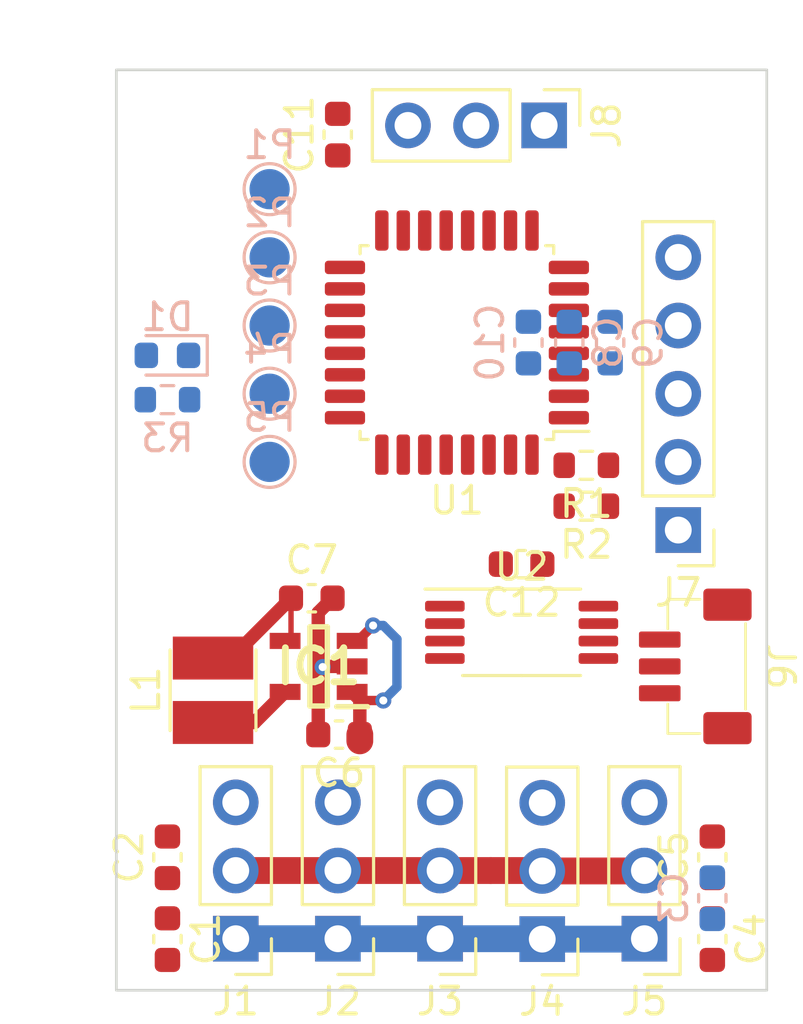
<source format=kicad_pcb>
(kicad_pcb (version 20211014) (generator pcbnew)
  (layers (0 "F.Cu" signal) (31 "B.Cu" signal) (34 "B.Paste" user) (35 "F.Paste" user) (36 "B.SilkS" user "B.Silkscreen") (37 "F.SilkS" user "F.Silkscreen") (38 "B.Mask" user) (39 "F.Mask" user) (44 "Edge.Cuts" user))
  (net 0 "")
  (net 1 "VCC")
  (net 2 "GND")
  (net 3 "+3V3")
  (net 4 "NRST")
  (net 5 "Net-(IC1-Pad5)")
  (net 6 "THR")
  (net 7 "STR")
  (net 8 "AUX1")
  (net 9 "AUX2")
  (net 10 "AUX3")
  (net 11 "ESC_INT")
  (net 12 "I2C_SDA")
  (net 13 "I2C_SCL")
  (net 14 "NRF24_CE")
  (net 15 "NRF24_CSN")
  (net 16 "SPI_SCK")
  (net 17 "SPI_MOSI")
  (net 18 "SPI_MISO")
  (net 19 "IRQ")
  (net 20 "+3.3V")
  (net 21 "SWCLK")
  (net 22 "SWDIO")
  (net 39 "Net-(D1-Pad2)")
  (net 40 "LED_STATUS")
  (footprint "Connector_PinHeader_2.54mm:PinHeader_1x05_P2.54mm_Vertical" (layer "F.Cu") (at 74.93 59.69 180)
    (fp_text reference "J7" (at 0 -2.33) (layer "F.SilkS"))
    (fp_text value "Conn_01x05")
    (fp_line (start -1.33 1.27) (end -1.33 11.49) (layer "F.SilkS") (width 0.12))
    (fp_line (start 1.33 1.27) (end 1.33 11.49) (layer "F.SilkS") (width 0.12))
    (fp_line (start -1.33 11.49) (end 1.33 11.49) (layer "F.SilkS") (width 0.12))
    (fp_line (start -1.33 0) (end -1.33 -1.33) (layer "F.SilkS") (width 0.12))
    (fp_line (start -1.33 -1.33) (end 0 -1.33) (layer "F.SilkS") (width 0.12))
    (fp_line (start -1.33 1.27) (end 1.33 1.27) (layer "F.SilkS") (width 0.12))
    (pad "1" thru_hole rect (at 0 0 180) (size 1.7 1.7) (drill 1) (layers *.Cu *.Mask) (net 3 "+3V3"))
    (pad "2" thru_hole oval (at 0 2.54 180) (size 1.7 1.7) (drill 1) (layers *.Cu *.Mask) (net 14 "NRF24_CE"))
    (pad "3" thru_hole oval (at 0 5.08 180) (size 1.7 1.7) (drill 1) (layers *.Cu *.Mask) (net 15 "NRF24_CSN"))
    (pad "4" thru_hole oval (at 0 7.62 180) (size 1.7 1.7) (drill 1) (layers *.Cu *.Mask) (net 16 "SPI_SCK"))
    (pad "5" thru_hole oval (at 0 10.16 180) (size 1.7 1.7) (drill 1) (layers *.Cu *.Mask) (net 17 "SPI_MOSI"))
  )
  (footprint "Capacitor_SMD:C_0603_1608Metric" (layer "F.Cu") (at 61.2635 62.23)
    (fp_text reference "C7" (at 0 -1.43) (layer "F.SilkS"))
    (fp_text value "10uF")
    (fp_line (start -0.14058 -0.51) (end 0.14058 -0.51) (layer "F.SilkS") (width 0.12))
    (fp_line (start -0.14058 0.51) (end 0.14058 0.51) (layer "F.SilkS") (width 0.12))
    (pad "1" smd roundrect (at -0.775 0) (size 0.9 0.95) (layers "F.Cu" "F.Paste" "F.Mask") (net 3 "+3V3"))
    (pad "2" smd roundrect (at 0.775 0) (size 0.9 0.95) (layers "F.Cu" "F.Paste" "F.Mask") (net 2 "GND"))
  )
  (footprint "Custom_SurfaceRx:L-3.0x3.0mm" (layer "F.Cu") (at 57.5805 65.659 90)
    (fp_text reference "L1" (at 0 -2.5 90) (layer "F.SilkS"))
    (fp_text value "2.2uH")
    (fp_line (start -1.5 -1.6) (end 1.5 -1.6) (layer "F.SilkS") (width 0.12))
    (fp_line (start -1.5 1.6) (end 1.5 1.6) (layer "F.SilkS") (width 0.12))
    (pad "1" smd rect (at -1.2 0 90) (size 1.6 3) (layers "F.Cu" "F.Paste" "F.Mask") (net 5 "Net-(IC1-Pad5)"))
    (pad "2" smd rect (at 1.2 0 90) (size 1.6 3) (layers "F.Cu" "F.Paste" "F.Mask") (net 3 "+3V3"))
  )
  (footprint "Connector_PinHeader_2.54mm:PinHeader_1x03_P2.54mm_Vertical" (layer "F.Cu") (at 66.0475 74.915 180)
    (fp_text reference "J3" (at 0 -2.33) (layer "F.SilkS"))
    (fp_text value "Conn_01x03")
    (fp_line (start -1.33 1.27) (end -1.33 6.41) (layer "F.SilkS") (width 0.12))
    (fp_line (start 1.33 1.27) (end 1.33 6.41) (layer "F.SilkS") (width 0.12))
    (fp_line (start -1.33 1.27) (end 1.33 1.27) (layer "F.SilkS") (width 0.12))
    (fp_line (start -1.33 -1.33) (end 0 -1.33) (layer "F.SilkS") (width 0.12))
    (fp_line (start -1.33 6.41) (end 1.33 6.41) (layer "F.SilkS") (width 0.12))
    (fp_line (start -1.33 0) (end -1.33 -1.33) (layer "F.SilkS") (width 0.12))
    (pad "1" thru_hole rect (at 0 0 180) (size 1.7 1.7) (drill 1) (layers *.Cu *.Mask) (net 2 "GND"))
    (pad "2" thru_hole oval (at 0 2.54 180) (size 1.7 1.7) (drill 1) (layers *.Cu *.Mask) (net 1 "VCC"))
    (pad "3" thru_hole oval (at 0 5.08 180) (size 1.7 1.7) (drill 1) (layers *.Cu *.Mask) (net 8 "AUX1"))
  )
  (footprint "Connector_PinHeader_2.54mm:PinHeader_1x03_P2.54mm_Vertical" (layer "F.Cu") (at 69.8575 74.93 180)
    (fp_text reference "J4" (at 0 -2.33) (layer "F.SilkS"))
    (fp_text value "Conn_01x03")
    (fp_line (start -1.33 1.27) (end 1.33 1.27) (layer "F.SilkS") (width 0.12))
    (fp_line (start -1.33 -1.33) (end 0 -1.33) (layer "F.SilkS") (width 0.12))
    (fp_line (start 1.33 1.27) (end 1.33 6.41) (layer "F.SilkS") (width 0.12))
    (fp_line (start -1.33 6.41) (end 1.33 6.41) (layer "F.SilkS") (width 0.12))
    (fp_line (start -1.33 0) (end -1.33 -1.33) (layer "F.SilkS") (width 0.12))
    (fp_line (start -1.33 1.27) (end -1.33 6.41) (layer "F.SilkS") (width 0.12))
    (pad "1" thru_hole rect (at 0 0 180) (size 1.7 1.7) (drill 1) (layers *.Cu *.Mask) (net 2 "GND"))
    (pad "2" thru_hole oval (at 0 2.54 180) (size 1.7 1.7) (drill 1) (layers *.Cu *.Mask) (net 1 "VCC"))
    (pad "3" thru_hole oval (at 0 5.08 180) (size 1.7 1.7) (drill 1) (layers *.Cu *.Mask) (net 9 "AUX2"))
  )
  (footprint "Resistor_SMD:R_0603_1608Metric" (layer "F.Cu") (at 71.501 57.277 180)
    (fp_text reference "R1" (at 0 -1.43) (layer "F.SilkS"))
    (fp_text value "4.7k")
    (fp_line (start -0.237258 -0.5225) (end 0.237258 -0.5225) (layer "F.SilkS") (width 0.12))
    (fp_line (start -0.237258 0.5225) (end 0.237258 0.5225) (layer "F.SilkS") (width 0.12))
    (pad "1" smd roundrect (at -0.825 0 180) (size 0.8 0.95) (layers "F.Cu" "F.Paste" "F.Mask") (net 3 "+3V3"))
    (pad "2" smd roundrect (at 0.825 0 180) (size 0.8 0.95) (layers "F.Cu" "F.Paste" "F.Mask") (net 12 "I2C_SDA"))
  )
  (footprint "SamacSys_Parts:SOT95P280X145-5N" (layer "F.Cu") (at 61.5175 64.77 180)
    (fp_text reference "IC1" (at 0 0) (layer "F.SilkS") (effects (font (size 1.27 1.27) (thickness 0.254))))
    (fp_text value "SC189ZSKTRT" hide)
    (fp_line (start 0.325 -1.475) (end 0.325 1.475) (layer "F.SilkS") (width 0.2))
    (fp_line (start -0.325 -1.475) (end 0.325 -1.475) (layer "F.SilkS") (width 0.2))
    (fp_line (start -1.825 -1.5) (end -0.675 -1.5) (layer "F.SilkS") (width 0.2))
    (fp_line (start -0.325 1.475) (end -0.325 -1.475) (layer "F.SilkS") (width 0.2))
    (fp_line (start 0.325 1.475) (end -0.325 1.475) (layer "F.SilkS") (width 0.2))
    (pad "1" smd rect locked (at -1.25 -0.95 270) (size 0.6 1.15) (layers "F.Cu" "F.Paste" "F.Mask") (net 1 "VCC"))
    (pad "2" smd rect locked (at -1.25 0 270) (size 0.6 1.15) (layers "F.Cu" "F.Paste" "F.Mask") (net 2 "GND"))
    (pad "3" smd rect locked (at -1.25 0.95 270) (size 0.6 1.15) (layers "F.Cu" "F.Paste" "F.Mask") (net 1 "VCC"))
    (pad "4" smd rect locked (at 1.25 0.95 270) (size 0.6 1.15) (layers "F.Cu" "F.Paste" "F.Mask") (net 3 "+3V3"))
    (pad "5" smd rect locked (at 1.25 -0.95 270) (size 0.6 1.15) (layers "F.Cu" "F.Paste" "F.Mask") (net 5 "Net-(IC1-Pad5)"))
  )
  (footprint "Capacitor_SMD:C_0603_1608Metric" (layer "F.Cu") (at 55.88 74.93 -90)
    (fp_text reference "C1" (at 0 -1.43 90) (layer "F.SilkS"))
    (fp_text value "10uF")
    (fp_line (start -0.14058 -0.51) (end 0.14058 -0.51) (layer "F.SilkS") (width 0.12))
    (fp_line (start -0.14058 0.51) (end 0.14058 0.51) (layer "F.SilkS") (width 0.12))
    (pad "1" smd roundrect (at -0.775 0 270) (size 0.9 0.95) (layers "F.Cu" "F.Paste" "F.Mask") (net 1 "VCC"))
    (pad "2" smd roundrect (at 0.775 0 270) (size 0.9 0.95) (layers "F.Cu" "F.Paste" "F.Mask") (net 2 "GND"))
  )
  (footprint "Package_QFP:LQFP-32_7x7mm_P0.8mm" (layer "F.Cu") (at 66.675 52.705 180)
    (fp_text reference "U1" (at 0 -5.88) (layer "F.SilkS"))
    (fp_text value "STM32G070KBTx")
    (fp_line (start 3.31 -3.61) (end 3.61 -3.61) (layer "F.SilkS") (width 0.12))
    (fp_line (start -3.31 -3.61) (end -3.61 -3.61) (layer "F.SilkS") (width 0.12))
    (fp_line (start 3.61 -3.61) (end 3.61 -3.31) (layer "F.SilkS") (width 0.12))
    (fp_line (start -3.61 3.61) (end -3.61 3.31) (layer "F.SilkS") (width 0.12))
    (fp_line (start -3.31 3.61) (end -3.61 3.61) (layer "F.SilkS") (width 0.12))
    (fp_line (start -3.61 -3.31) (end -4.925 -3.31) (layer "F.SilkS") (width 0.12))
    (fp_line (start -3.61 -3.61) (end -3.61 -3.31) (layer "F.SilkS") (width 0.12))
    (fp_line (start 3.61 3.61) (end 3.61 3.31) (layer "F.SilkS") (width 0.12))
    (fp_line (start 3.31 3.61) (end 3.61 3.61) (layer "F.SilkS") (width 0.12))
    (pad "1" smd roundrect (at -4.175 -2.8 180) (size 1.5 0.5) (layers "F.Cu" "F.Paste" "F.Mask"))
    (pad "2" smd roundrect (at -4.175 -2 180) (size 1.5 0.5) (layers "F.Cu" "F.Paste" "F.Mask"))
    (pad "3" smd roundrect (at -4.175 -1.2 180) (size 1.5 0.5) (layers "F.Cu" "F.Paste" "F.Mask"))
    (pad "4" smd roundrect (at -4.175 -0.4 180) (size 1.5 0.5) (layers "F.Cu" "F.Paste" "F.Mask") (net 3 "+3V3"))
    (pad "5" smd roundrect (at -4.175 0.4 180) (size 1.5 0.5) (layers "F.Cu" "F.Paste" "F.Mask") (net 2 "GND"))
    (pad "6" smd roundrect (at -4.175 1.2 180) (size 1.5 0.5) (layers "F.Cu" "F.Paste" "F.Mask") (net 4 "NRST"))
    (pad "7" smd roundrect (at -4.175 2 180) (size 1.5 0.5) (layers "F.Cu" "F.Paste" "F.Mask"))
    (pad "8" smd roundrect (at -4.175 2.8 180) (size 1.5 0.5) (layers "F.Cu" "F.Paste" "F.Mask"))
    (pad "9" smd roundrect (at -2.8 4.175 180) (size 0.5 1.5) (layers "F.Cu" "F.Paste" "F.Mask"))
    (pad "10" smd roundrect (at -2 4.175 180) (size 0.5 1.5) (layers "F.Cu" "F.Paste" "F.Mask"))
    (pad "11" smd roundrect (at -1.2 4.175 180) (size 0.5 1.5) (layers "F.Cu" "F.Paste" "F.Mask"))
    (pad "12" smd roundrect (at -0.4 4.175 180) (size 0.5 1.5) (layers "F.Cu" "F.Paste" "F.Mask") (net 16 "SPI_SCK"))
    (pad "13" smd roundrect (at 0.4 4.175 180) (size 0.5 1.5) (layers "F.Cu" "F.Paste" "F.Mask") (net 18 "SPI_MISO"))
    (pad "14" smd roundrect (at 1.2 4.175 180) (size 0.5 1.5) (layers "F.Cu" "F.Paste" "F.Mask") (net 17 "SPI_MOSI"))
    (pad "15" smd roundrect (at 2 4.175 180) (size 0.5 1.5) (layers "F.Cu" "F.Paste" "F.Mask") (net 15 "NRF24_CSN"))
    (pad "16" smd roundrect (at 2.8 4.175 180) (size 0.5 1.5) (layers "F.Cu" "F.Paste" "F.Mask") (net 14 "NRF24_CE"))
    (pad "17" smd roundrect (at 4.175 2.8 180) (size 1.5 0.5) (layers "F.Cu" "F.Paste" "F.Mask") (net 19 "IRQ"))
    (pad "18" smd roundrect (at 4.175 2 180) (size 1.5 0.5) (layers "F.Cu" "F.Paste" "F.Mask") (net 6 "THR"))
    (pad "19" smd roundrect (at 4.175 1.2 180) (size 1.5 0.5) (layers "F.Cu" "F.Paste" "F.Mask") (net 7 "STR"))
    (pad "20" smd roundrect (at 4.175 0.4 180) (size 1.5 0.5) (layers "F.Cu" "F.Paste" "F.Mask") (net 8 "AUX1"))
    (pad "21" smd roundrect (at 4.175 -0.4 180) (size 1.5 0.5) (layers "F.Cu" "F.Paste" "F.Mask") (net 9 "AUX2"))
    (pad "22" smd roundrect (at 4.175 -1.2 180) (size 1.5 0.5) (layers "F.Cu" "F.Paste" "F.Mask") (net 10 "AUX3"))
    (pad "23" smd roundrect (at 4.175 -2 180) (size 1.5 0.5) (layers "F.Cu" "F.Paste" "F.Mask") (net 40 "LED_STATUS"))
    (pad "24" smd roundrect (at 4.175 -2.8 180) (size 1.5 0.5) (layers "F.Cu" "F.Paste" "F.Mask") (net 22 "SWDIO"))
    (pad "25" smd roundrect (at 2.8 -4.175 180) (size 0.5 1.5) (layers "F.Cu" "F.Paste" "F.Mask") (net 21 "SWCLK"))
    (pad "26" smd roundrect (at 2 -4.175 180) (size 0.5 1.5) (layers "F.Cu" "F.Paste" "F.Mask"))
    (pad "27" smd roundrect (at 1.2 -4.175 180) (size 0.5 1.5) (layers "F.Cu" "F.Paste" "F.Mask"))
    (pad "28" smd roundrect (at 0.4 -4.175 180) (size 0.5 1.5) (layers "F.Cu" "F.Paste" "F.Mask"))
    (pad "29" smd roundrect (at -0.4 -4.175 180) (size 0.5 1.5) (layers "F.Cu" "F.Paste" "F.Mask"))
    (pad "30" smd roundrect (at -1.2 -4.175 180) (size 0.5 1.5) (layers "F.Cu" "F.Paste" "F.Mask") (net 13 "I2C_SCL"))
    (pad "31" smd roundrect (at -2 -4.175 180) (size 0.5 1.5) (layers "F.Cu" "F.Paste" "F.Mask") (net 12 "I2C_SDA"))
    (pad "32" smd roundrect (at -2.8 -4.175 180) (size 0.5 1.5) (layers "F.Cu" "F.Paste" "F.Mask") (net 11 "ESC_INT"))
  )
  (footprint "Package_SO:TSSOP-8_4.4x3mm_P0.65mm" (layer "F.Cu") (at 69.088 63.5)
    (fp_text reference "U2" (at 0 -2.45) (layer "F.SilkS"))
    (fp_text value "CAT24C512")
    (fp_line (start 0 -1.61) (end -3.6 -1.61) (layer "F.SilkS") (width 0.12))
    (fp_line (start 0 1.61) (end 2.2 1.61) (layer "F.SilkS") (width 0.12))
    (fp_line (start 0 1.61) (end -2.2 1.61) (layer "F.SilkS") (width 0.12))
    (fp_line (start 0 -1.61) (end 2.2 -1.61) (layer "F.SilkS") (width 0.12))
    (pad "1" smd roundrect (at -2.8625 -0.975) (size 1.475 0.4) (layers "F.Cu" "F.Paste" "F.Mask"))
    (pad "2" smd roundrect (at -2.8625 -0.325) (size 1.475 0.4) (layers "F.Cu" "F.Paste" "F.Mask"))
    (pad "3" smd roundrect (at -2.8625 0.325) (size 1.475 0.4) (layers "F.Cu" "F.Paste" "F.Mask"))
    (pad "4" smd roundrect (at -2.8625 0.975) (size 1.475 0.4) (layers "F.Cu" "F.Paste" "F.Mask") (net 2 "GND"))
    (pad "5" smd roundrect (at 2.8625 0.975) (size 1.475 0.4) (layers "F.Cu" "F.Paste" "F.Mask") (net 12 "I2C_SDA"))
    (pad "6" smd roundrect (at 2.8625 0.325) (size 1.475 0.4) (layers "F.Cu" "F.Paste" "F.Mask") (net 13 "I2C_SCL"))
    (pad "7" smd roundrect (at 2.8625 -0.325) (size 1.475 0.4) (layers "F.Cu" "F.Paste" "F.Mask"))
    (pad "8" smd roundrect (at 2.8625 -0.975) (size 1.475 0.4) (layers "F.Cu" "F.Paste" "F.Mask") (net 3 "+3V3"))
  )
  (footprint "Connector_PinHeader_2.54mm:PinHeader_1x03_P2.54mm_Vertical" (layer "F.Cu") (at 73.6675 74.915 180)
    (fp_text reference "J5" (at 0 -2.33) (layer "F.SilkS"))
    (fp_text value "Conn_01x03")
    (fp_line (start 1.33 1.27) (end 1.33 6.41) (layer "F.SilkS") (width 0.12))
    (fp_line (start -1.33 -1.33) (end 0 -1.33) (layer "F.SilkS") (width 0.12))
    (fp_line (start -1.33 1.27) (end -1.33 6.41) (layer "F.SilkS") (width 0.12))
    (fp_line (start -1.33 1.27) (end 1.33 1.27) (layer "F.SilkS") (width 0.12))
    (fp_line (start -1.33 0) (end -1.33 -1.33) (layer "F.SilkS") (width 0.12))
    (fp_line (start -1.33 6.41) (end 1.33 6.41) (layer "F.SilkS") (width 0.12))
    (pad "1" thru_hole rect (at 0 0 180) (size 1.7 1.7) (drill 1) (layers *.Cu *.Mask) (net 2 "GND"))
    (pad "2" thru_hole oval (at 0 2.54 180) (size 1.7 1.7) (drill 1) (layers *.Cu *.Mask) (net 1 "VCC"))
    (pad "3" thru_hole oval (at 0 5.08 180) (size 1.7 1.7) (drill 1) (layers *.Cu *.Mask) (net 10 "AUX3"))
  )
  (footprint "Capacitor_SMD:C_0603_1608Metric" (layer "F.Cu") (at 76.2 74.93 -90)
    (fp_text reference "C4" (at 0 -1.43 90) (layer "F.SilkS"))
    (fp_text value "10uF")
    (fp_line (start -0.14058 -0.51) (end 0.14058 -0.51) (layer "F.SilkS") (width 0.12))
    (fp_line (start -0.14058 0.51) (end 0.14058 0.51) (layer "F.SilkS") (width 0.12))
    (pad "1" smd roundrect (at -0.775 0 270) (size 0.9 0.95) (layers "F.Cu" "F.Paste" "F.Mask") (net 1 "VCC"))
    (pad "2" smd roundrect (at 0.775 0 270) (size 0.9 0.95) (layers "F.Cu" "F.Paste" "F.Mask") (net 2 "GND"))
  )
  (footprint "Capacitor_SMD:C_0603_1608Metric" (layer "F.Cu") (at 55.88 71.882 90)
    (fp_text reference "C2" (at 0 -1.43 90) (layer "F.SilkS"))
    (fp_text value "10uF")
    (fp_line (start -0.14058 0.51) (end 0.14058 0.51) (layer "F.SilkS") (width 0.12))
    (fp_line (start -0.14058 -0.51) (end 0.14058 -0.51) (layer "F.SilkS") (width 0.12))
    (pad "1" smd roundrect (at -0.775 0 90) (size 0.9 0.95) (layers "F.Cu" "F.Paste" "F.Mask") (net 1 "VCC"))
    (pad "2" smd roundrect (at 0.775 0 90) (size 0.9 0.95) (layers "F.Cu" "F.Paste" "F.Mask") (net 2 "GND"))
  )
  (footprint "Custom_SurfaceRx:JST-SH_3_Top" (layer "F.Cu") (at 74.24 64.77 -90)
    (fp_text reference "J6" (at 0 -4.5 -90 unlocked) (layer "F.SilkS"))
    (fp_text value "Conn_01x03")
    (fp_line (start -2.5 -0.3) (end -2.5 -1.5) (layer "F.SilkS") (width 0.1))
    (fp_line (start -1.6 -3.2) (end 1.6 -3.2) (layer "F.SilkS") (width 0.1))
    (fp_line (start 2.5 -1.5) (end 2.5 -0.3) (layer "F.SilkS") (width 0.1))
    (fp_line (start 2.5 -0.3) (end 1.4 -0.3) (layer "F.SilkS") (width 0.1))
    (fp_line (start -1.4 -0.3) (end -2.5 -0.3) (layer "F.SilkS") (width 0.1))
    (pad "1" smd roundrect (at -1 0 270) (size 0.6 1.55) (layers "F.Cu" "F.Paste" "F.Mask") (roundrect_rratio 0.1312335958) (net 11 "ESC_INT"))
    (pad "2" smd roundrect (at 0 0 270) (size 0.6 1.55) (layers "F.Cu" "F.Paste" "F.Mask") (roundrect_rratio 0.1312335958) (net 12 "I2C_SDA"))
    (pad "3" smd roundrect (at 1 0 270) (size 0.6 1.55) (layers "F.Cu" "F.Paste" "F.Mask") (roundrect_rratio 0.1312335958) (net 13 "I2C_SCL"))
    (pad "MP" smd roundrect (at 2.3 -2.525 270) (size 1.2 1.8) (layers "F.Cu" "F.Paste" "F.Mask") (roundrect_rratio 0.1312335958))
    (pad "MP" smd roundrect (at -2.3 -2.525 270) (size 1.2 1.8) (layers "F.Cu" "F.Paste" "F.Mask") (roundrect_rratio 0.1312335958))
  )
  (footprint "Capacitor_SMD:C_0603_1608Metric" (layer "F.Cu") (at 62.2795 67.31 180)
    (fp_text reference "C6" (at 0 -1.43) (layer "F.SilkS"))
    (fp_text value "10uF")
    (fp_line (start -0.14058 -0.51) (end 0.14058 -0.51) (layer "F.SilkS") (width 0.12))
    (fp_line (start -0.14058 0.51) (end 0.14058 0.51) (layer "F.SilkS") (width 0.12))
    (pad "1" smd roundrect (at -0.775 0 180) (size 0.9 0.95) (layers "F.Cu" "F.Paste" "F.Mask") (net 1 "VCC"))
    (pad "2" smd roundrect (at 0.775 0 180) (size 0.9 0.95) (layers "F.Cu" "F.Paste" "F.Mask") (net 2 "GND"))
  )
  (footprint "Connector_PinHeader_2.54mm:PinHeader_1x03_P2.54mm_Vertical" (layer "F.Cu") (at 58.4275 74.915 180)
    (fp_text reference "J1" (at 0 -2.33) (layer "F.SilkS"))
    (fp_text value "Conn_01x03")
    (fp_line (start 1.33 1.27) (end 1.33 6.41) (layer "F.SilkS") (width 0.12))
    (fp_line (start -1.33 6.41) (end 1.33 6.41) (layer "F.SilkS") (width 0.12))
    (fp_line (start -1.33 0) (end -1.33 -1.33) (layer "F.SilkS") (width 0.12))
    (fp_line (start -1.33 -1.33) (end 0 -1.33) (layer "F.SilkS") (width 0.12))
    (fp_line (start -1.33 1.27) (end 1.33 1.27) (layer "F.SilkS") (width 0.12))
    (fp_line (start -1.33 1.27) (end -1.33 6.41) (layer "F.SilkS") (width 0.12))
    (pad "1" thru_hole rect (at 0 0 180) (size 1.7 1.7) (drill 1) (layers *.Cu *.Mask) (net 2 "GND"))
    (pad "2" thru_hole oval (at 0 2.54 180) (size 1.7 1.7) (drill 1) (layers *.Cu *.Mask) (net 1 "VCC"))
    (pad "3" thru_hole oval (at 0 5.08 180) (size 1.7 1.7) (drill 1) (layers *.Cu *.Mask) (net 6 "THR"))
  )
  (footprint "Connector_PinHeader_2.54mm:PinHeader_1x03_P2.54mm_Vertical" (layer "F.Cu") (at 62.2375 74.915 180)
    (fp_text reference "J2" (at 0 -2.33) (layer "F.SilkS"))
    (fp_text value "Conn_01x03")
    (fp_line (start 1.33 1.27) (end 1.33 6.41) (layer "F.SilkS") (width 0.12))
    (fp_line (start -1.33 1.27) (end 1.33 1.27) (layer "F.SilkS") (width 0.12))
    (fp_line (start -1.33 -1.33) (end 0 -1.33) (layer "F.SilkS") (width 0.12))
    (fp_line (start -1.33 1.27) (end -1.33 6.41) (layer "F.SilkS") (width 0.12))
    (fp_line (start -1.33 6.41) (end 1.33 6.41) (layer "F.SilkS") (width 0.12))
    (fp_line (start -1.33 0) (end -1.33 -1.33) (layer "F.SilkS") (width 0.12))
    (pad "1" thru_hole rect (at 0 0 180) (size 1.7 1.7) (drill 1) (layers *.Cu *.Mask) (net 2 "GND"))
    (pad "2" thru_hole oval (at 0 2.54 180) (size 1.7 1.7) (drill 1) (layers *.Cu *.Mask) (net 1 "VCC"))
    (pad "3" thru_hole oval (at 0 5.08 180) (size 1.7 1.7) (drill 1) (layers *.Cu *.Mask) (net 7 "STR"))
  )
  (footprint "Resistor_SMD:R_0603_1608Metric" (layer "F.Cu") (at 71.501 58.801 180)
    (fp_text reference "R2" (at 0 -1.43) (layer "F.SilkS"))
    (fp_text value "4.7k")
    (fp_line (start -0.237258 0.5225) (end 0.237258 0.5225) (layer "F.SilkS") (width 0.12))
    (fp_line (start -0.237258 -0.5225) (end 0.237258 -0.5225) (layer "F.SilkS") (width 0.12))
    (pad "1" smd roundrect (at -0.825 0 180) (size 0.8 0.95) (layers "F.Cu" "F.Paste" "F.Mask") (net 3 "+3V3"))
    (pad "2" smd roundrect (at 0.825 0 180) (size 0.8 0.95) (layers "F.Cu" "F.Paste" "F.Mask") (net 13 "I2C_SCL"))
  )
  (footprint "Capacitor_SMD:C_0603_1608Metric" (layer "F.Cu") (at 62.23 44.958 90)
    (fp_text reference "C11" (at 0 -1.43 90) (layer "F.SilkS"))
    (fp_text value "1uF")
    (fp_line (start -0.14058 -0.51) (end 0.14058 -0.51) (layer "F.SilkS") (width 0.12))
    (fp_line (start -0.14058 0.51) (end 0.14058 0.51) (layer "F.SilkS") (width 0.12))
    (pad "1" smd roundrect (at -0.775 0 90) (size 0.9 0.95) (layers "F.Cu" "F.Paste" "F.Mask") (net 3 "+3V3"))
    (pad "2" smd roundrect (at 0.775 0 90) (size 0.9 0.95) (layers "F.Cu" "F.Paste" "F.Mask") (net 2 "GND"))
  )
  (footprint "Capacitor_SMD:C_0603_1608Metric" (layer "F.Cu") (at 69.088 60.96 180)
    (fp_text reference "C12" (at 0 -1.43) (layer "F.SilkS"))
    (fp_text value "100nF")
    (fp_line (start -0.14058 0.51) (end 0.14058 0.51) (layer "F.SilkS") (width 0.12))
    (fp_line (start -0.14058 -0.51) (end 0.14058 -0.51) (layer "F.SilkS") (width 0.12))
    (pad "1" smd roundrect (at -0.775 0 180) (size 0.9 0.95) (layers "F.Cu" "F.Paste" "F.Mask") (net 3 "+3V3"))
    (pad "2" smd roundrect (at 0.775 0 180) (size 0.9 0.95) (layers "F.Cu" "F.Paste" "F.Mask") (net 2 "GND"))
  )
  (footprint "Capacitor_SMD:C_0603_1608Metric" (layer "F.Cu") (at 76.2 71.882 90)
    (fp_text reference "C5" (at 0 -1.43 90) (layer "F.SilkS"))
    (fp_text value "10uF")
    (fp_line (start -0.14058 -0.51) (end 0.14058 -0.51) (layer "F.SilkS") (width 0.12))
    (fp_line (start -0.14058 0.51) (end 0.14058 0.51) (layer "F.SilkS") (width 0.12))
    (pad "1" smd roundrect (at -0.775 0 90) (size 0.9 0.95) (layers "F.Cu" "F.Paste" "F.Mask") (net 1 "VCC"))
    (pad "2" smd roundrect (at 0.775 0 90) (size 0.9 0.95) (layers "F.Cu" "F.Paste" "F.Mask") (net 2 "GND"))
  )
  (footprint "Connector_PinHeader_2.54mm:PinHeader_1x03_P2.54mm_Vertical" (layer "F.Cu") (at 69.93 44.615 -90)
    (fp_text reference "J8" (at 0 -2.33 90) (layer "F.SilkS"))
    (fp_text value "Conn_01x03")
    (fp_line (start 1.33 1.27) (end 1.33 6.41) (layer "F.SilkS") (width 0.12))
    (fp_line (start -1.33 -1.33) (end 0 -1.33) (layer "F.SilkS") (width 0.12))
    (fp_line (start -1.33 1.27) (end -1.33 6.41) (layer "F.SilkS") (width 0.12))
    (fp_line (start -1.33 6.41) (end 1.33 6.41) (layer "F.SilkS") (width 0.12))
    (fp_line (start -1.33 0) (end -1.33 -1.33) (layer "F.SilkS") (width 0.12))
    (fp_line (start -1.33 1.27) (end 1.33 1.27) (layer "F.SilkS") (width 0.12))
    (pad "1" thru_hole rect (at 0 0 270) (size 1.7 1.7) (drill 1) (layers *.Cu *.Mask) (net 18 "SPI_MISO"))
    (pad "2" thru_hole oval (at 0 2.54 270) (size 1.7 1.7) (drill 1) (layers *.Cu *.Mask) (net 19 "IRQ"))
    (pad "3" thru_hole oval (at 0 5.08 270) (size 1.7 1.7) (drill 1) (layers *.Cu *.Mask) (net 2 "GND"))
  )
  (footprint "Capacitor_SMD:C_0603_1608Metric" (layer "B.Cu") (at 72.39 52.705 90)
    (fp_text reference "C9" (at 0 1.43 90) (layer "B.SilkS") (effects (justify mirror)))
    (fp_text value "100nF")
    (fp_line (start -0.14058 -0.51) (end 0.14058 -0.51) (layer "B.SilkS") (width 0.12))
    (fp_line (start -0.14058 0.51) (end 0.14058 0.51) (layer "B.SilkS") (width 0.12))
    (pad "1" smd roundrect (at -0.775 0 90) (size 0.9 0.95) (layers "B.Cu" "B.Paste" "B.Mask") (net 3 "+3V3"))
    (pad "2" smd roundrect (at 0.775 0 90) (size 0.9 0.95) (layers "B.Cu" "B.Paste" "B.Mask") (net 2 "GND"))
  )
  (footprint "Capacitor_SMD:C_0603_1608Metric" (layer "B.Cu") (at 69.342 52.705 -90)
    (fp_text reference "C10" (at 0 1.43 90) (layer "B.SilkS") (effects (justify mirror)))
    (fp_text value "100nF")
    (fp_line (start -0.14058 -0.51) (end 0.14058 -0.51) (layer "B.SilkS") (width 0.12))
    (fp_line (start -0.14058 0.51) (end 0.14058 0.51) (layer "B.SilkS") (width 0.12))
    (pad "1" smd roundrect (at -0.775 0 270) (size 0.9 0.95) (layers "B.Cu" "B.Paste" "B.Mask") (net 4 "NRST"))
    (pad "2" smd roundrect (at 0.775 0 270) (size 0.9 0.95) (layers "B.Cu" "B.Paste" "B.Mask") (net 2 "GND"))
  )
  (footprint "TestPoint:TestPoint_Pad_D1.5mm" (layer "B.Cu") (at 59.69 54.61 180)
    (fp_text reference "P4" (at 0 1.648) (layer "B.SilkS") (effects (justify mirror)))
    (fp_text value "SWDIO")
    (fp_circle (center 0 0) (end 0 -0.95) (layer "B.SilkS") (width 0.12) (fill none))
    (pad "1" smd circle (at 0 0 180) (size 1.5 1.5) (layers "B.Cu" "B.Mask") (net 22 "SWDIO"))
  )
  (footprint "LED_SMD:LED_0603_1608Metric" (layer "B.Cu") (at 55.88 53.1815 180)
    (fp_text reference "D1" (at 0 1.43) (layer "B.SilkS") (effects (justify mirror)))
    (fp_text value "LED")
    (fp_line (start 0.8 0.735) (end -1.485 0.735) (layer "B.SilkS") (width 0.12))
    (fp_line (start -1.485 -0.735) (end 0.8 -0.735) (layer "B.SilkS") (width 0.12))
    (fp_line (start -1.485 0.735) (end -1.485 -0.735) (layer "B.SilkS") (width 0.12))
    (pad "1" smd roundrect (at -0.7875 0 180) (size 0.875 0.95) (layers "B.Cu" "B.Paste" "B.Mask") (net 2 "GND"))
    (pad "2" smd roundrect (at 0.7875 0 180) (size 0.875 0.95) (layers "B.Cu" "B.Paste" "B.Mask") (net 39 "Net-(D1-Pad2)"))
  )
  (footprint "TestPoint:TestPoint_Pad_D1.5mm" (layer "B.Cu") (at 59.69 46.99 180)
    (fp_text reference "P1" (at 0 1.648) (layer "B.SilkS") (effects (justify mirror)))
    (fp_text value "VDD")
    (fp_circle (center 0 0) (end 0 -0.95) (layer "B.SilkS") (width 0.12) (fill none))
    (pad "1" smd circle (at 0 0 180) (size 1.5 1.5) (layers "B.Cu" "B.Mask") (net 20 "+3.3V"))
  )
  (footprint "Capacitor_SMD:C_0603_1608Metric" (layer "B.Cu") (at 76.2 73.406 -90)
    (fp_text reference "C3" (at 0 1.43 90) (layer "B.SilkS") (effects (justify mirror)))
    (fp_text value "10uF")
    (fp_line (start -0.14058 0.51) (end 0.14058 0.51) (layer "B.SilkS") (width 0.12))
    (fp_line (start -0.14058 -0.51) (end 0.14058 -0.51) (layer "B.SilkS") (width 0.12))
    (pad "1" smd roundrect (at -0.775 0 270) (size 0.9 0.95) (layers "B.Cu" "B.Paste" "B.Mask") (net 1 "VCC"))
    (pad "2" smd roundrect (at 0.775 0 270) (size 0.9 0.95) (layers "B.Cu" "B.Paste" "B.Mask") (net 2 "GND"))
  )
  (footprint "TestPoint:TestPoint_Pad_D1.5mm" (layer "B.Cu") (at 59.69 57.15 180)
    (fp_text reference "P5" (at 0 1.648) (layer "B.SilkS") (effects (justify mirror)))
    (fp_text value "NRST")
    (fp_circle (center 0 0) (end 0 -0.95) (layer "B.SilkS") (width 0.12) (fill none))
    (pad "1" smd circle (at 0 0 180) (size 1.5 1.5) (layers "B.Cu" "B.Mask") (net 4 "NRST"))
  )
  (footprint "Capacitor_SMD:C_0603_1608Metric" (layer "B.Cu") (at 70.866 52.705 90)
    (fp_text reference "C8" (at 0 1.43 90) (layer "B.SilkS") (effects (justify mirror)))
    (fp_text value "4.7uF")
    (fp_line (start -0.14058 -0.51) (end 0.14058 -0.51) (layer "B.SilkS") (width 0.12))
    (fp_line (start -0.14058 0.51) (end 0.14058 0.51) (layer "B.SilkS") (width 0.12))
    (pad "1" smd roundrect (at -0.775 0 90) (size 0.9 0.95) (layers "B.Cu" "B.Paste" "B.Mask") (net 3 "+3V3"))
    (pad "2" smd roundrect (at 0.775 0 90) (size 0.9 0.95) (layers "B.Cu" "B.Paste" "B.Mask") (net 2 "GND"))
  )
  (footprint "TestPoint:TestPoint_Pad_D1.5mm" (layer "B.Cu") (at 59.69 52.07 180)
    (fp_text reference "P3" (at 0 1.648) (layer "B.SilkS") (effects (justify mirror)))
    (fp_text value "GND")
    (fp_circle (center 0 0) (end 0 -0.95) (layer "B.SilkS") (width 0.12) (fill none))
    (pad "1" smd circle (at 0 0 180) (size 1.5 1.5) (layers "B.Cu" "B.Mask") (net 2 "GND"))
  )
  (footprint "TestPoint:TestPoint_Pad_D1.5mm" (layer "B.Cu") (at 59.69 49.53 180)
    (fp_text reference "P2" (at 0 1.648) (layer "B.SilkS") (effects (justify mirror)))
    (fp_text value "SWCLK")
    (fp_circle (center 0 0) (end 0 -0.95) (layer "B.SilkS") (width 0.12) (fill none))
    (pad "1" smd circle (at 0 0 180) (size 1.5 1.5) (layers "B.Cu" "B.Mask") (net 21 "SWCLK"))
  )
  (footprint "Resistor_SMD:R_0603_1608Metric" (layer "B.Cu") (at 55.88 54.8325)
    (fp_text reference "R3" (at 0 1.43) (layer "B.SilkS") (effects (justify mirror)))
    (fp_text value "220")
    (fp_line (start -0.237258 -0.5225) (end 0.237258 -0.5225) (layer "B.SilkS") (width 0.12))
    (fp_line (start -0.237258 0.5225) (end 0.237258 0.5225) (layer "B.SilkS") (width 0.12))
    (pad "1" smd roundrect (at -0.825 0) (size 0.8 0.95) (layers "B.Cu" "B.Paste" "B.Mask") (net 39 "Net-(D1-Pad2)"))
    (pad "2" smd roundrect (at 0.825 0) (size 0.8 0.95) (layers "B.Cu" "B.Paste" "B.Mask") (net 40 "LED_STATUS"))
  )
  (gr_rect (start 53.975 42.545) (end 78.232 76.835) (layer "Edge.Cuts") (width 0.1) (fill none))
  (segment (start 69.8425 72.375) (end 69.8575 72.39) (width 1) (layer "F.Cu") (net 1))
  (segment (start 73.6525 72.39) (end 73.6675 72.375) (width 1) (layer "F.Cu") (net 1))
  (segment (start 58.4275 72.375) (end 62.2375 72.375) (width 1) (layer "F.Cu") (net 1))
  (segment (start 62.7675 63.82) (end 62.9755 63.82) (width 0.35) (layer "F.Cu") (net 1))
  (segment (start 63.0875 66.04) (end 63.0545 66.007) (width 0.35) (layer "F.Cu") (net 1))
  (segment (start 62.9755 63.82) (end 63.5495 63.246) (width 0.35) (layer "F.Cu") (net 1))
  (segment (start 63.0545 67.543148) (end 63.0545 67.31) (width 1) (layer "F.Cu") (net 1))
  (segment (start 69.8575 72.39) (end 73.6525 72.39) (width 1) (layer "F.Cu") (net 1))
  (segment (start 63.9305 66.04) (end 63.0875 66.04) (width 0.35) (layer "F.Cu") (net 1))
  (segment (start 67.9375 72.375) (end 69.8425 72.375) (width 1) (layer "F.Cu") (net 1))
  (segment (start 62.2375 72.375) (end 66.0475 72.375) (width 1) (layer "F.Cu") (net 1))
  (segment (start 63.0545 66.007) (end 62.7675 65.72) (width 0.5) (layer "F.Cu") (net 1))
  (segment (start 63.0545 67.31) (end 63.0545 66.007) (width 0.5) (layer "F.Cu") (net 1))
  (segment (start 66.0475 72.375) (end 67.9375 72.375) (width 1) (layer "F.Cu") (net 1))
  (via (at 63.5495 63.246) (size 0.6) (drill 0.3) (layers "F.Cu" "B.Cu") (net 1))
  (via (at 63.9305 66.04) (size 0.6) (drill 0.3) (layers "F.Cu" "B.Cu") (net 1))
  (segment (start 63.5495 63.246) (end 63.9305 63.246) (width 0.35) (layer "B.Cu") (net 1))
  (segment (start 64.4385 65.532) (end 63.9305 66.04) (width 0.35) (layer "B.Cu") (net 1))
  (segment (start 64.4385 63.754) (end 64.4385 65.532) (width 0.35) (layer "B.Cu") (net 1))
  (segment (start 63.9305 63.246) (end 64.4385 63.754) (width 0.35) (layer "B.Cu") (net 1))
  (segment (start 61.5045 67.31) (end 61.5045 64.958) (width 0.5) (layer "F.Cu") (net 2))
  (segment (start 61.6685 64.794) (end 61.6925 64.77) (width 0.5) (layer "F.Cu") (net 2))
  (segment (start 69.8425 74.915) (end 69.8575 74.93) (width 1) (layer "F.Cu") (net 2))
  (segment (start 73.6525 74.93) (end 73.6675 74.915) (width 1) (layer "F.Cu") (net 2))
  (segment (start 61.6925 64.77) (end 62.7675 64.77) (width 0.5) (layer "F.Cu") (net 2))
  (segment (start 61.5045 62.764) (end 62.0385 62.23) (width 0.5) (layer "F.Cu") (net 2))
  (segment (start 61.5045 64.958) (end 61.6685 64.794) (width 0.5) (layer "F.Cu") (net 2))
  (segment (start 61.5045 64.958) (end 61.5045 62.764) (width 0.5) (layer "F.Cu") (net 2))
  (via (at 61.6685 64.794) (size 0.6) (drill 0.3) (layers "F.Cu" "B.Cu") (net 2))
  (segment (start 73.6525 74.93) (end 73.6675 74.915) (width 1) (layer "B.Cu") (net 2))
  (segment (start 69.8575 74.93) (end 73.6525 74.93) (width 1) (layer "B.Cu") (net 2))
  (segment (start 66.0475 74.915) (end 69.8425 74.915) (width 1) (layer "B.Cu") (net 2))
  (segment (start 62.2375 74.915) (end 66.0475 74.915) (width 1) (layer "B.Cu") (net 2))
  (segment (start 69.8425 74.915) (end 69.8575 74.93) (width 1) (layer "B.Cu") (net 2))
  (segment (start 58.4275 74.915) (end 62.2375 74.915) (width 1) (layer "B.Cu") (net 2))
  (segment (start 60.4885 62.23) (end 60.4885 63.599) (width 0.2) (layer "F.Cu") (net 3))
  (segment (start 60.4885 63.599) (end 60.2675 63.82) (width 0.2) (layer "F.Cu") (net 3))
  (segment (start 58.2595 64.459) (end 60.4885 62.23) (width 0.5) (layer "F.Cu") (net 3))
  (segment (start 57.5805 64.459) (end 58.2595 64.459) (width 0.5) (layer "F.Cu") (net 3))
  (segment (start 59.1285 66.859) (end 60.2675 65.72) (width 0.5) (layer "F.Cu") (net 5))
  (segment (start 57.5805 66.859) (end 59.1285 66.859) (width 0.5) (layer "F.Cu") (net 5))
)
</source>
